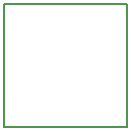
<source format=gbr>
%TF.GenerationSoftware,Altium Limited,Altium Designer,20.2.4 (192)*%
G04 Layer_Color=32768*
%FSLAX45Y45*%
%MOMM*%
%TF.SameCoordinates,538F140D-ADF5-4649-B7F1-A5983F3DD12E*%
%TF.FilePolarity,Positive*%
%TF.FileFunction,Other,Top_Courtyard*%
%TF.Part,Single*%
G01*
G75*
%TA.AperFunction,NonConductor*%
%ADD61C,0.20000*%
D61*
X3270311Y4079687D02*
Y5120310D01*
X2229693Y4079687D02*
X3270311D01*
X2229693D02*
Y5120310D01*
X3270311D01*
%TF.MD5,d3e96151a690cd179bdd2e8df0ac2ab9*%
M02*

</source>
